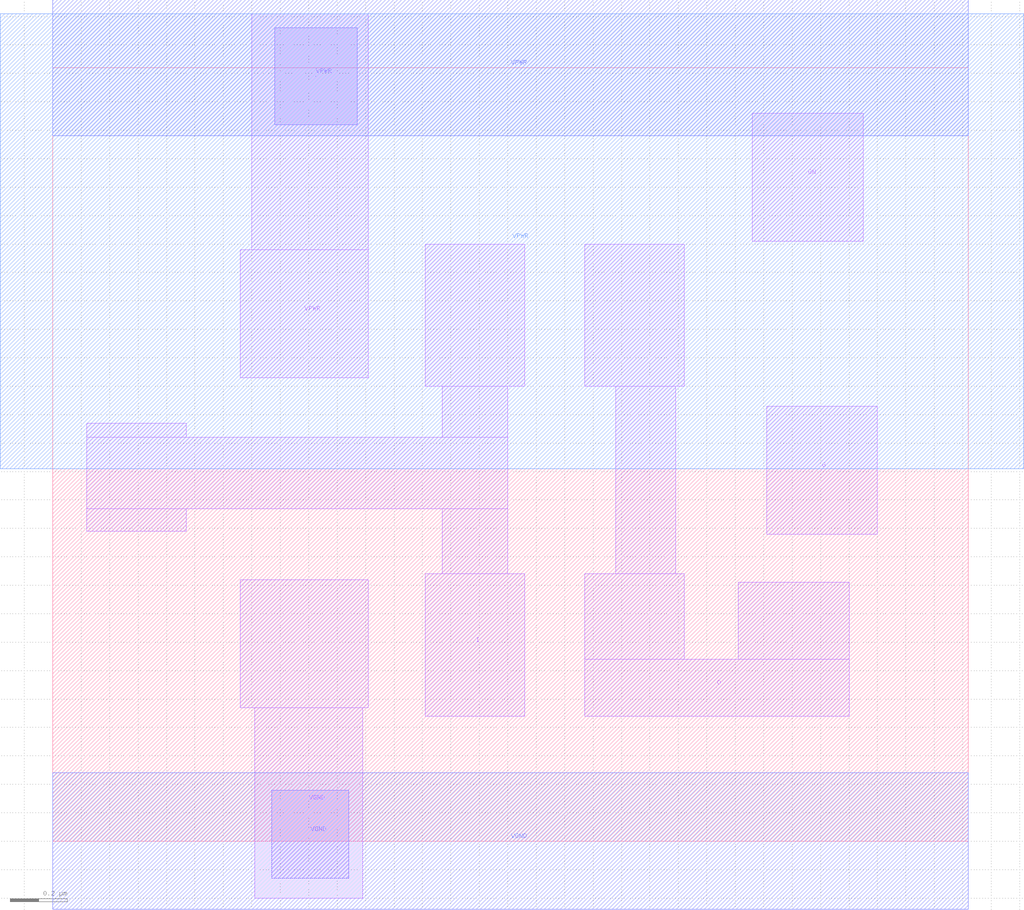
<source format=lef>
VERSION 5.7 ;
DIVIDERCHAR "/" ;
BUSBITCHARS "[]" ;

MACRO transmission_gate
  CLASS Core ;
  FOREIGN transmission_gate ;
  ORIGIN 0 0 ;
  SIZE 3.22 BY 2.72 ;
  SYMMETRY X Y ;
  SITE unithd ;
  PIN I
    ANTENNADIFFAREA 0.451000 ;
    PORT
      LAYER li1 ;
        RECT 1.310 1.600 1.660 2.100 ;
        RECT 0.120 1.420 0.470 1.470 ;
        RECT 1.370 1.420 1.600 1.600 ;
        RECT 0.120 1.170 1.600 1.420 ;
        RECT 0.120 1.090 0.470 1.170 ;
        RECT 1.370 0.940 1.600 1.170 ;
        RECT 1.310 0.440 1.660 0.940 ;
    END
  END I
  PIN O
    ANTENNADIFFAREA 0.451000 ;
    PORT
      LAYER li1 ;
        RECT 1.870 1.600 2.220 2.100 ;
        RECT 1.980 0.940 2.190 1.600 ;
        RECT 1.870 0.640 2.220 0.940 ;
        RECT 2.410 0.640 2.800 0.910 ;
        RECT 1.870 0.440 2.800 0.640 ;
    END
  END O
  PIN G
    ANTENNAGATEAREA 0.082500 ;
    PORT
      LAYER li1 ;
        RECT 2.510 1.080 2.900 1.530 ;
    END
  END G
  PIN VPWR
    ANTENNADIFFAREA 0.341000 ;
    PORT
      LAYER nwell ;
        RECT -0.185 1.310 3.415 2.910 ;
      LAYER li1 ;
        RECT 0.700 2.080 1.110 2.910 ;
        RECT 0.660 1.630 1.110 2.080 ;
      LAYER mcon ;
        RECT 0.780 2.520 1.070 2.860 ;
      LAYER met1 ;
        RECT 0.000 2.480 3.220 2.960 ;
    END
  END VPWR
  PIN VGND
    ANTENNADIFFAREA 0.341000 ;
    PORT
      LAYER li1 ;
        RECT 0.660 0.470 1.110 0.920 ;
        RECT 0.710 -0.200 1.090 0.470 ;
      LAYER mcon ;
        RECT 0.770 -0.130 1.040 0.180 ;
      LAYER met1 ;
        RECT 0.000 -0.240 3.220 0.240 ;
    END
  END VGND
  PIN GN
    ANTENNAGATEAREA 0.082500 ;
    PORT
      LAYER li1 ;
        RECT 2.460 2.110 2.850 2.560 ;
    END
  END GN
END transmission_gate
END LIBRARY


</source>
